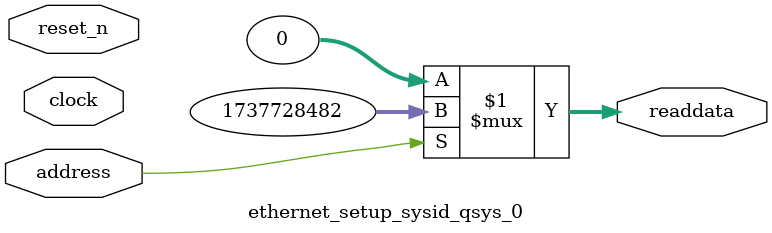
<source format=v>



// synthesis translate_off
`timescale 1ns / 1ps
// synthesis translate_on

// turn off superfluous verilog processor warnings 
// altera message_level Level1 
// altera message_off 10034 10035 10036 10037 10230 10240 10030 

module ethernet_setup_sysid_qsys_0 (
               // inputs:
                address,
                clock,
                reset_n,

               // outputs:
                readdata
             )
;

  output  [ 31: 0] readdata;
  input            address;
  input            clock;
  input            reset_n;

  wire    [ 31: 0] readdata;
  //control_slave, which is an e_avalon_slave
  assign readdata = address ? 1737728482 : 0;

endmodule



</source>
